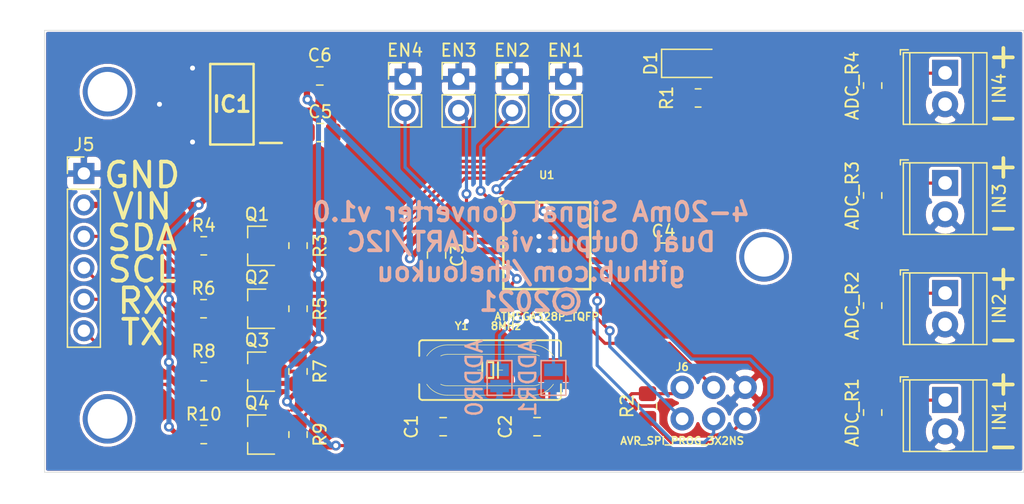
<source format=kicad_pcb>
(kicad_pcb (version 20171130) (host pcbnew "(5.1.8)-1")
  (layers (0 F.Cu signal) (31 B.Cu signal) (34 B.Paste user) (35 F.Paste user) (36 B.SilkS user) (37 F.SilkS user) (38 B.Mask user) (39 F.Mask user) (44 Edge.Cuts user))
  (net 0 "")
  (net 1 /IN1)
  (net 2 GND)
  (net 3 /IN2)
  (net 4 /IN3)
  (net 5 /IN4)
  (net 6 /XTAL1)
  (net 7 /XTAL2)
  (net 8 VCC)
  (net 9 /AREF)
  (net 10 VIN)
  (net 11 /EN1)
  (net 12 /EN2)
  (net 13 /EN3)
  (net 14 /EN4)
  (net 15 /TX)
  (net 16 /RX)
  (net 17 /SCL)
  (net 18 /SDA)
  (net 19 /RST)
  (net 20 /MOSI)
  (net 21 /SCK)
  (net 22 /MISO)
  (net 23 /SDA_MCU)
  (net 24 /SCL_MCU)
  (net 25 /RX_MCU)
  (net 26 /TX_MCU)
  (net 27 "Net-(D1-Pad2)")
  (net 28 "Net-(U1-Pad22)")
  (net 29 "Net-(U1-Pad19)")
  (net 30 "Net-(U1-Pad14)")
  (net 31 "Net-(U1-Pad13)")
  (net 32 "Net-(U1-Pad12)")
  (net 33 /ADDR1)
  (net 34 /ADDR0)
  (module Jumper:SolderJumper-2_P1.3mm_Open_Pad1.0x1.5mm (layer B.Cu) (at 150.654 111.76 270)
    (fp_text reference ADDR1 (at 0 2.064 90) (layer B.SilkS) (effects (font (size 1.3 1.3) (thickness 0.2)) (justify mirror)))
    (fp_text value SolderJumper_2_Open)
    (pad 1 smd rect (at -0.65 0 270) (size 1 1.5) (layers B.Cu B.Mask) (net 33 /ADDR1))
    (pad 2 smd rect (at 0.65 0 270) (size 1 1.5) (layers B.Cu B.Mask) (net 2 GND))
  )
  (module Jumper:SolderJumper-2_P1.3mm_Open_Pad1.0x1.5mm (layer B.Cu) (at 146.304 111.76 270)
    (fp_text reference ADDR0 (at 0 2.032 90) (layer B.SilkS) (effects (font (size 1.3 1.3) (thickness 0.2)) (justify mirror)))
    (fp_text value SolderJumper_2_Open)
    (pad 1 smd rect (at -0.65 0 270) (size 1 1.5) (layers B.Cu B.Mask) (net 34 /ADDR0))
    (pad 2 smd rect (at 0.65 0 270) (size 1 1.5) (layers B.Cu B.Mask) (net 2 GND))
  )
  (module LED_SMD:LED_1206_3216Metric_Pad1.42x1.75mm_HandSolder (layer F.Cu) (at 161.8345 86.36)
    (fp_text reference D1 (at -3.3385 0 90) (layer F.SilkS))
    (fp_text value LED)
    (pad 2 smd roundrect (at 1.4875 0) (size 1.425 1.75) (layers F.Cu F.Paste F.Mask) (roundrect_rratio 0.175439) (net 27 "Net-(D1-Pad2)"))
    (pad 1 smd roundrect (at -1.4875 0) (size 1.425 1.75) (layers F.Cu F.Paste F.Mask) (roundrect_rratio 0.175439) (net 2 GND))
  )
  (module Clocks:HC49UP (layer F.Cu) (at 145.542 111.125 180)
    (fp_text reference Y1 (at 2.286 3.556) (layer F.SilkS) (effects (font (size 0.6096 0.6096) (thickness 0.127))))
    (fp_text value 8MHz (at -1.27 3.556) (layer F.SilkS) (effects (font (size 0.6096 0.6096) (thickness 0.127))))
    (pad 2 smd rect (at 4.826 0 180) (size 5.334 1.9304) (layers F.Cu F.Paste F.Mask) (net 6 /XTAL1))
    (pad 1 smd rect (at -4.826 0 180) (size 5.334 1.9304) (layers F.Cu F.Paste F.Mask) (net 7 /XTAL2))
  )
  (module Silicon-Standard:TQFP32-08 (layer F.Cu) (at 150.114 101.092)
    (fp_text reference U1 (at 0 -5.715) (layer F.SilkS) (effects (font (size 0.6096 0.6096) (thickness 0.127))))
    (fp_text value ATMEGA328P_TQFP (at 0 5.715) (layer F.SilkS) (effects (font (size 0.6096 0.6096) (thickness 0.127))))
    (pad 32 smd rect (at -2.79908 -4.2926) (size 0.5588 1.27) (layers F.Cu F.Paste F.Mask) (net 11 /EN1))
    (pad 31 smd rect (at -1.99898 -4.2926) (size 0.5588 1.27) (layers F.Cu F.Paste F.Mask) (net 26 /TX_MCU))
    (pad 30 smd rect (at -1.19888 -4.2926) (size 0.5588 1.27) (layers F.Cu F.Paste F.Mask) (net 25 /RX_MCU))
    (pad 29 smd rect (at -0.39878 -4.2926) (size 0.5588 1.27) (layers F.Cu F.Paste F.Mask) (net 19 /RST))
    (pad 28 smd rect (at 0.39878 -4.2926) (size 0.5588 1.27) (layers F.Cu F.Paste F.Mask) (net 24 /SCL_MCU))
    (pad 27 smd rect (at 1.19888 -4.2926) (size 0.5588 1.27) (layers F.Cu F.Paste F.Mask) (net 23 /SDA_MCU))
    (pad 26 smd rect (at 1.99898 -4.2926) (size 0.5588 1.27) (layers F.Cu F.Paste F.Mask) (net 5 /IN4))
    (pad 25 smd rect (at 2.79908 -4.2926) (size 0.5588 1.27) (layers F.Cu F.Paste F.Mask) (net 4 /IN3))
    (pad 24 smd rect (at 4.2926 -2.79908) (size 1.27 0.5588) (layers F.Cu F.Paste F.Mask) (net 3 /IN2))
    (pad 23 smd rect (at 4.2926 -1.99898) (size 1.27 0.5588) (layers F.Cu F.Paste F.Mask) (net 1 /IN1))
    (pad 22 smd rect (at 4.2926 -1.19888) (size 1.27 0.5588) (layers F.Cu F.Paste F.Mask) (net 28 "Net-(U1-Pad22)"))
    (pad 21 smd rect (at 4.2926 -0.39878) (size 1.27 0.5588) (layers F.Cu F.Paste F.Mask) (net 2 GND))
    (pad 20 smd rect (at 4.2926 0.39878) (size 1.27 0.5588) (layers F.Cu F.Paste F.Mask) (net 9 /AREF))
    (pad 19 smd rect (at 4.2926 1.19888) (size 1.27 0.5588) (layers F.Cu F.Paste F.Mask) (net 29 "Net-(U1-Pad19)"))
    (pad 18 smd rect (at 4.2926 1.99898) (size 1.27 0.5588) (layers F.Cu F.Paste F.Mask) (net 8 VCC))
    (pad 17 smd rect (at 4.2926 2.79908) (size 1.27 0.5588) (layers F.Cu F.Paste F.Mask) (net 21 /SCK))
    (pad 16 smd rect (at 2.79908 4.2926) (size 0.5588 1.27) (layers F.Cu F.Paste F.Mask) (net 22 /MISO))
    (pad 15 smd rect (at 1.99898 4.2926) (size 0.5588 1.27) (layers F.Cu F.Paste F.Mask) (net 20 /MOSI))
    (pad 14 smd rect (at 1.19888 4.2926) (size 0.5588 1.27) (layers F.Cu F.Paste F.Mask) (net 30 "Net-(U1-Pad14)"))
    (pad 13 smd rect (at 0.39878 4.2926) (size 0.5588 1.27) (layers F.Cu F.Paste F.Mask) (net 31 "Net-(U1-Pad13)"))
    (pad 12 smd rect (at -0.39878 4.2926) (size 0.5588 1.27) (layers F.Cu F.Paste F.Mask) (net 32 "Net-(U1-Pad12)"))
    (pad 11 smd rect (at -1.19888 4.2926) (size 0.5588 1.27) (layers F.Cu F.Paste F.Mask) (net 33 /ADDR1))
    (pad 10 smd rect (at -1.99898 4.2926) (size 0.5588 1.27) (layers F.Cu F.Paste F.Mask) (net 34 /ADDR0))
    (pad 9 smd rect (at -2.79908 4.2926) (size 0.5588 1.27) (layers F.Cu F.Paste F.Mask) (net 14 /EN4))
    (pad 8 smd rect (at -4.2926 2.79908) (size 1.27 0.5588) (layers F.Cu F.Paste F.Mask) (net 7 /XTAL2))
    (pad 7 smd rect (at -4.2926 1.99898) (size 1.27 0.5588) (layers F.Cu F.Paste F.Mask) (net 6 /XTAL1))
    (pad 6 smd rect (at -4.2926 1.19888) (size 1.27 0.5588) (layers F.Cu F.Paste F.Mask) (net 8 VCC))
    (pad 5 smd rect (at -4.2926 0.39878) (size 1.27 0.5588) (layers F.Cu F.Paste F.Mask) (net 2 GND))
    (pad 4 smd rect (at -4.2926 -0.39878) (size 1.27 0.5588) (layers F.Cu F.Paste F.Mask) (net 8 VCC))
    (pad 3 smd rect (at -4.2926 -1.19888) (size 1.27 0.5588) (layers F.Cu F.Paste F.Mask) (net 2 GND))
    (pad 2 smd rect (at -4.2926 -1.99898) (size 1.27 0.5588) (layers F.Cu F.Paste F.Mask) (net 13 /EN3))
    (pad 1 smd rect (at -4.2926 -2.79908) (size 1.27 0.5588) (layers F.Cu F.Paste F.Mask) (net 12 /EN2))
  )
  (module Resistor_SMD:R_0805_2012Metric_Pad1.20x1.40mm_HandSolder (layer F.Cu) (at 122.444 116.332)
    (fp_text reference R10 (at 0 -1.65) (layer F.SilkS))
    (fp_text value 10K)
    (pad 2 smd roundrect (at 1 0) (size 1.2 1.4) (layers F.Cu F.Paste F.Mask) (roundrect_rratio 0.208333) (net 15 /TX))
    (pad 1 smd roundrect (at -1 0) (size 1.2 1.4) (layers F.Cu F.Paste F.Mask) (roundrect_rratio 0.208333) (net 10 VIN))
  )
  (module Resistor_SMD:R_0805_2012Metric_Pad1.20x1.40mm_HandSolder (layer F.Cu) (at 130.048 116.332 90)
    (fp_text reference R9 (at 0 1.778 90) (layer F.SilkS))
    (fp_text value 10K)
    (pad 2 smd roundrect (at 1 0 90) (size 1.2 1.4) (layers F.Cu F.Paste F.Mask) (roundrect_rratio 0.208333) (net 26 /TX_MCU))
    (pad 1 smd roundrect (at -1 0 90) (size 1.2 1.4) (layers F.Cu F.Paste F.Mask) (roundrect_rratio 0.208333) (net 8 VCC))
  )
  (module Resistor_SMD:R_0805_2012Metric_Pad1.20x1.40mm_HandSolder (layer F.Cu) (at 122.444 111.252)
    (fp_text reference R8 (at 0 -1.65) (layer F.SilkS))
    (fp_text value 10K)
    (pad 2 smd roundrect (at 1 0) (size 1.2 1.4) (layers F.Cu F.Paste F.Mask) (roundrect_rratio 0.208333) (net 16 /RX))
    (pad 1 smd roundrect (at -1 0) (size 1.2 1.4) (layers F.Cu F.Paste F.Mask) (roundrect_rratio 0.208333) (net 10 VIN))
  )
  (module Resistor_SMD:R_0805_2012Metric_Pad1.20x1.40mm_HandSolder (layer F.Cu) (at 130.048 111.236 90)
    (fp_text reference R7 (at 0 1.778 90) (layer F.SilkS))
    (fp_text value 10K)
    (pad 2 smd roundrect (at 1 0 90) (size 1.2 1.4) (layers F.Cu F.Paste F.Mask) (roundrect_rratio 0.208333) (net 25 /RX_MCU))
    (pad 1 smd roundrect (at -1 0 90) (size 1.2 1.4) (layers F.Cu F.Paste F.Mask) (roundrect_rratio 0.208333) (net 8 VCC))
  )
  (module Resistor_SMD:R_0805_2012Metric_Pad1.20x1.40mm_HandSolder (layer F.Cu) (at 122.428 106.172)
    (fp_text reference R6 (at 0 -1.65) (layer F.SilkS))
    (fp_text value 10K)
    (pad 2 smd roundrect (at 1 0) (size 1.2 1.4) (layers F.Cu F.Paste F.Mask) (roundrect_rratio 0.208333) (net 17 /SCL))
    (pad 1 smd roundrect (at -1 0) (size 1.2 1.4) (layers F.Cu F.Paste F.Mask) (roundrect_rratio 0.208333) (net 10 VIN))
  )
  (module Resistor_SMD:R_0805_2012Metric_Pad1.20x1.40mm_HandSolder (layer F.Cu) (at 130.048 106.172 90)
    (fp_text reference R5 (at 0 1.778 270) (layer F.SilkS))
    (fp_text value 10K)
    (pad 2 smd roundrect (at 1 0 90) (size 1.2 1.4) (layers F.Cu F.Paste F.Mask) (roundrect_rratio 0.208333) (net 24 /SCL_MCU))
    (pad 1 smd roundrect (at -1 0 90) (size 1.2 1.4) (layers F.Cu F.Paste F.Mask) (roundrect_rratio 0.208333) (net 8 VCC))
  )
  (module Resistor_SMD:R_0805_2012Metric_Pad1.20x1.40mm_HandSolder (layer F.Cu) (at 122.444 101.092)
    (fp_text reference R4 (at 0 -1.65) (layer F.SilkS))
    (fp_text value 10K)
    (pad 2 smd roundrect (at 1 0) (size 1.2 1.4) (layers F.Cu F.Paste F.Mask) (roundrect_rratio 0.208333) (net 18 /SDA))
    (pad 1 smd roundrect (at -1 0) (size 1.2 1.4) (layers F.Cu F.Paste F.Mask) (roundrect_rratio 0.208333) (net 10 VIN))
  )
  (module Resistor_SMD:R_0805_2012Metric_Pad1.20x1.40mm_HandSolder (layer F.Cu) (at 130.048 101.076 90)
    (fp_text reference R3 (at -0.016 1.778 270) (layer F.SilkS))
    (fp_text value 10K)
    (pad 2 smd roundrect (at 1 0 90) (size 1.2 1.4) (layers F.Cu F.Paste F.Mask) (roundrect_rratio 0.208333) (net 23 /SDA_MCU))
    (pad 1 smd roundrect (at -1 0 90) (size 1.2 1.4) (layers F.Cu F.Paste F.Mask) (roundrect_rratio 0.208333) (net 8 VCC))
  )
  (module Resistor_SMD:R_0805_2012Metric_Pad1.20x1.40mm_HandSolder (layer F.Cu) (at 158.242 114.03 90)
    (fp_text reference R2 (at 0 -1.65 90) (layer F.SilkS))
    (fp_text value 10K)
    (pad 2 smd roundrect (at 1 0 90) (size 1.2 1.4) (layers F.Cu F.Paste F.Mask) (roundrect_rratio 0.208333) (net 8 VCC))
    (pad 1 smd roundrect (at -1 0 90) (size 1.2 1.4) (layers F.Cu F.Paste F.Mask) (roundrect_rratio 0.208333) (net 19 /RST))
  )
  (module Resistor_SMD:R_0805_2012Metric_Pad1.20x1.40mm_HandSolder (layer F.Cu) (at 162.322 89.154)
    (fp_text reference R1 (at -2.54 0 90) (layer F.SilkS))
    (fp_text value 120R)
    (pad 2 smd roundrect (at 1 0) (size 1.2 1.4) (layers F.Cu F.Paste F.Mask) (roundrect_rratio 0.208333) (net 27 "Net-(D1-Pad2)"))
    (pad 1 smd roundrect (at -1 0) (size 1.2 1.4) (layers F.Cu F.Paste F.Mask) (roundrect_rratio 0.208333) (net 8 VCC))
  )
  (module Package_TO_SOT_SMD:SOT-23 (layer F.Cu) (at 126.746 116.332 180)
    (fp_text reference Q4 (at 0 2.54) (layer F.SilkS))
    (fp_text value BSS138)
    (pad 3 smd rect (at 1 0 180) (size 0.9 0.8) (layers F.Cu F.Paste F.Mask) (net 15 /TX))
    (pad 2 smd rect (at -1 0.95 180) (size 0.9 0.8) (layers F.Cu F.Paste F.Mask) (net 26 /TX_MCU))
    (pad 1 smd rect (at -1 -0.95 180) (size 0.9 0.8) (layers F.Cu F.Paste F.Mask) (net 8 VCC))
  )
  (module Package_TO_SOT_SMD:SOT-23 (layer F.Cu) (at 126.746 111.252 180)
    (fp_text reference Q3 (at 0 2.54) (layer F.SilkS))
    (fp_text value BSS138)
    (pad 3 smd rect (at 1 0 180) (size 0.9 0.8) (layers F.Cu F.Paste F.Mask) (net 16 /RX))
    (pad 2 smd rect (at -1 0.95 180) (size 0.9 0.8) (layers F.Cu F.Paste F.Mask) (net 25 /RX_MCU))
    (pad 1 smd rect (at -1 -0.95 180) (size 0.9 0.8) (layers F.Cu F.Paste F.Mask) (net 8 VCC))
  )
  (module Package_TO_SOT_SMD:SOT-23 (layer F.Cu) (at 126.746 106.172 180)
    (fp_text reference Q2 (at 0 2.54) (layer F.SilkS))
    (fp_text value BSS138)
    (pad 3 smd rect (at 1 0 180) (size 0.9 0.8) (layers F.Cu F.Paste F.Mask) (net 17 /SCL))
    (pad 2 smd rect (at -1 0.95 180) (size 0.9 0.8) (layers F.Cu F.Paste F.Mask) (net 24 /SCL_MCU))
    (pad 1 smd rect (at -1 -0.95 180) (size 0.9 0.8) (layers F.Cu F.Paste F.Mask) (net 8 VCC))
  )
  (module Package_TO_SOT_SMD:SOT-23 (layer F.Cu) (at 126.746 101.092 180)
    (fp_text reference Q1 (at 0 2.54) (layer F.SilkS))
    (fp_text value BSS138)
    (pad 3 smd rect (at 1 0 180) (size 0.9 0.8) (layers F.Cu F.Paste F.Mask) (net 18 /SDA))
    (pad 2 smd rect (at -1 0.95 180) (size 0.9 0.8) (layers F.Cu F.Paste F.Mask) (net 23 /SDA_MCU))
    (pad 1 smd rect (at -1 -0.95 180) (size 0.9 0.8) (layers F.Cu F.Paste F.Mask) (net 8 VCC))
  )
  (module Connectors:2X3-NS (layer F.Cu) (at 163.576 113.792)
    (fp_text reference J6 (at -2.54 -2.921) (layer F.SilkS) (effects (font (size 0.6096 0.6096) (thickness 0.127))))
    (fp_text value AVR_SPI_PROG_3X2NS (at -2.54 3.048) (layer F.SilkS) (effects (font (size 0.6096 0.6096) (thickness 0.127))))
    (pad 6 thru_hole circle (at 2.54 -1.27) (size 1.8796 1.8796) (drill 1.016) (layers *.Cu *.Mask) (net 2 GND))
    (pad 5 thru_hole circle (at 2.54 1.27) (size 1.8796 1.8796) (drill 1.016) (layers *.Cu *.Mask) (net 19 /RST))
    (pad 4 thru_hole circle (at 0 -1.27) (size 1.8796 1.8796) (drill 1.016) (layers *.Cu *.Mask) (net 20 /MOSI))
    (pad 3 thru_hole circle (at 0 1.27) (size 1.8796 1.8796) (drill 1.016) (layers *.Cu *.Mask) (net 21 /SCK))
    (pad 2 thru_hole circle (at -2.54 -1.27) (size 1.8796 1.8796) (drill 1.016) (layers *.Cu *.Mask) (net 8 VCC))
    (pad 1 thru_hole circle (at -2.54 1.27) (size 1.8796 1.8796) (drill 1.016) (layers *.Cu *.Mask) (net 22 /MISO))
  )
  (module Connector_PinHeader_2.54mm:PinHeader_1x06_P2.54mm_Vertical (layer F.Cu) (at 112.776 95.25)
    (fp_text reference J5 (at 0 -2.33) (layer F.SilkS))
    (fp_text value Conn_01x06_Male)
    (pad 6 thru_hole oval (at 0 12.7) (size 1.7 1.7) (drill 1) (layers *.Cu *.Mask) (net 15 /TX))
    (pad 5 thru_hole oval (at 0 10.16) (size 1.7 1.7) (drill 1) (layers *.Cu *.Mask) (net 16 /RX))
    (pad 4 thru_hole oval (at 0 7.62) (size 1.7 1.7) (drill 1) (layers *.Cu *.Mask) (net 17 /SCL))
    (pad 3 thru_hole oval (at 0 5.08) (size 1.7 1.7) (drill 1) (layers *.Cu *.Mask) (net 18 /SDA))
    (pad 2 thru_hole oval (at 0 2.54) (size 1.7 1.7) (drill 1) (layers *.Cu *.Mask) (net 10 VIN))
    (pad 1 thru_hole rect (at 0 0) (size 1.7 1.7) (drill 1) (layers *.Cu *.Mask) (net 2 GND))
  )
  (module TerminalBlock_TE-Connectivity:TerminalBlock_TE_282834-2_1x02_P2.54mm_Horizontal (layer F.Cu) (at 182.245 87.122 270)
    (fp_text reference IN4 (at 1.27 -4.37 90) (layer F.SilkS))
    (fp_text value Screw_Term_01x02)
    (pad 2 thru_hole circle (at 2.54 0 270) (size 2.1 2.1) (drill 1.1) (layers *.Cu *.Mask) (net 2 GND))
    (pad 1 thru_hole rect (at 0 0 270) (size 2.1 2.1) (drill 1.1) (layers *.Cu *.Mask) (net 5 /IN4))
  )
  (module TerminalBlock_TE-Connectivity:TerminalBlock_TE_282834-2_1x02_P2.54mm_Horizontal (layer F.Cu) (at 182.245 96.012 270)
    (fp_text reference IN3 (at 1.27 -4.37 90) (layer F.SilkS))
    (fp_text value Screw_Term_01x02)
    (pad 2 thru_hole circle (at 2.54 0 270) (size 2.1 2.1) (drill 1.1) (layers *.Cu *.Mask) (net 2 GND))
    (pad 1 thru_hole rect (at 0 0 270) (size 2.1 2.1) (drill 1.1) (layers *.Cu *.Mask) (net 4 /IN3))
  )
  (module TerminalBlock_TE-Connectivity:TerminalBlock_TE_282834-2_1x02_P2.54mm_Horizontal (layer F.Cu) (at 182.245 104.902 270)
    (fp_text reference IN2 (at 1.27 -4.37 90) (layer F.SilkS))
    (fp_text value Screw_Term_01x02)
    (pad 2 thru_hole circle (at 2.54 0 270) (size 2.1 2.1) (drill 1.1) (layers *.Cu *.Mask) (net 2 GND))
    (pad 1 thru_hole rect (at 0 0 270) (size 2.1 2.1) (drill 1.1) (layers *.Cu *.Mask) (net 3 /IN2))
  )
  (module TerminalBlock_TE-Connectivity:TerminalBlock_TE_282834-2_1x02_P2.54mm_Horizontal (layer F.Cu) (at 182.245 113.538 270)
    (fp_text reference IN1 (at 1.27 -4.37 90) (layer F.SilkS))
    (fp_text value Screw_Term_01x02)
    (pad 2 thru_hole circle (at 2.54 0 270) (size 2.1 2.1) (drill 1.1) (layers *.Cu *.Mask) (net 2 GND))
    (pad 1 thru_hole rect (at 0 0 270) (size 2.1 2.1) (drill 1.1) (layers *.Cu *.Mask) (net 1 /IN1))
  )
  (module SamacSys_Parts:SOT230P700X180-4N (layer F.Cu) (at 124.714 89.662 180)
    (fp_text reference IC1 (at 0 0) (layer F.SilkS) (effects (font (size 1.27 1.27) (thickness 0.254))))
    (fp_text value TPS7B8333QDCYRQ1 hide)
    (pad 4 smd rect (at 3.15 0 180) (size 1.75 3.2) (layers F.Cu F.Paste F.Mask) (net 2 GND))
    (pad 3 smd rect (at -3.15 2.3 270) (size 0.95 1.75) (layers F.Cu F.Paste F.Mask) (net 8 VCC))
    (pad 2 smd rect (at -3.15 0 270) (size 0.95 1.75) (layers F.Cu F.Paste F.Mask) (net 2 GND))
    (pad 1 smd rect (at -3.15 -2.3 270) (size 0.95 1.75) (layers F.Cu F.Paste F.Mask) (net 10 VIN))
  )
  (module Connector_PinHeader_2.54mm:PinHeader_1x02_P2.54mm_Vertical (layer F.Cu) (at 138.684 87.63)
    (fp_text reference EN4 (at 0 -2.33) (layer F.SilkS))
    (fp_text value Jumper_2_Bridged)
    (pad 2 thru_hole oval (at 0 2.54) (size 1.7 1.7) (drill 1) (layers *.Cu *.Mask) (net 14 /EN4))
    (pad 1 thru_hole rect (at 0 0) (size 1.7 1.7) (drill 1) (layers *.Cu *.Mask) (net 2 GND))
  )
  (module Connector_PinHeader_2.54mm:PinHeader_1x02_P2.54mm_Vertical (layer F.Cu) (at 143.002 87.63)
    (fp_text reference EN3 (at 0 -2.33) (layer F.SilkS))
    (fp_text value Jumper_2_Bridged)
    (pad 2 thru_hole oval (at 0 2.54) (size 1.7 1.7) (drill 1) (layers *.Cu *.Mask) (net 13 /EN3))
    (pad 1 thru_hole rect (at 0 0) (size 1.7 1.7) (drill 1) (layers *.Cu *.Mask) (net 2 GND))
  )
  (module Connector_PinHeader_2.54mm:PinHeader_1x02_P2.54mm_Vertical (layer F.Cu) (at 147.32 87.63)
    (fp_text reference EN2 (at 0 -2.33) (layer F.SilkS))
    (fp_text value Jumper_2_Bridged)
    (pad 2 thru_hole oval (at 0 2.54) (size 1.7 1.7) (drill 1) (layers *.Cu *.Mask) (net 12 /EN2))
    (pad 1 thru_hole rect (at 0 0) (size 1.7 1.7) (drill 1) (layers *.Cu *.Mask) (net 2 GND))
  )
  (module Connector_PinHeader_2.54mm:PinHeader_1x02_P2.54mm_Vertical (layer F.Cu) (at 151.638 87.63)
    (fp_text reference EN1 (at 0 -2.33) (layer F.SilkS))
    (fp_text value Jumper_2_Bridged)
    (pad 2 thru_hole oval (at 0 2.54) (size 1.7 1.7) (drill 1) (layers *.Cu *.Mask) (net 11 /EN1))
    (pad 1 thru_hole rect (at 0 0) (size 1.7 1.7) (drill 1) (layers *.Cu *.Mask) (net 2 GND))
  )
  (module Capacitor_SMD:C_0805_2012Metric_Pad1.18x1.45mm_HandSolder (layer F.Cu) (at 131.8045 87.376)
    (fp_text reference C6 (at 0 -1.68) (layer F.SilkS))
    (fp_text value 10u)
    (pad 2 smd roundrect (at 1.0375 0) (size 1.175 1.45) (layers F.Cu F.Paste F.Mask) (roundrect_rratio 0.212766) (net 2 GND))
    (pad 1 smd roundrect (at -1.0375 0) (size 1.175 1.45) (layers F.Cu F.Paste F.Mask) (roundrect_rratio 0.212766) (net 8 VCC))
  )
  (module Capacitor_SMD:C_0805_2012Metric_Pad1.18x1.45mm_HandSolder (layer F.Cu) (at 131.8475 91.948)
    (fp_text reference C5 (at 0 -1.68) (layer F.SilkS))
    (fp_text value 100n)
    (pad 2 smd roundrect (at 1.0375 0) (size 1.175 1.45) (layers F.Cu F.Paste F.Mask) (roundrect_rratio 0.212766) (net 2 GND))
    (pad 1 smd roundrect (at -1.0375 0) (size 1.175 1.45) (layers F.Cu F.Paste F.Mask) (roundrect_rratio 0.212766) (net 10 VIN))
  )
  (module Capacitor_SMD:C_0805_2012Metric_Pad1.18x1.45mm_HandSolder (layer F.Cu) (at 159.5335 101.6)
    (fp_text reference C4 (at 0 -1.68) (layer F.SilkS))
    (fp_text value 100n)
    (pad 2 smd roundrect (at 1.0375 0) (size 1.175 1.45) (layers F.Cu F.Paste F.Mask) (roundrect_rratio 0.212766) (net 2 GND))
    (pad 1 smd roundrect (at -1.0375 0) (size 1.175 1.45) (layers F.Cu F.Paste F.Mask) (roundrect_rratio 0.212766) (net 9 /AREF))
  )
  (module Capacitor_SMD:C_0805_2012Metric_Pad1.18x1.45mm_HandSolder (layer F.Cu) (at 141.224 101.8325 270)
    (fp_text reference C3 (at 0 -1.68 90) (layer F.SilkS))
    (fp_text value 100n)
    (pad 2 smd roundrect (at 1.0375 0 270) (size 1.175 1.45) (layers F.Cu F.Paste F.Mask) (roundrect_rratio 0.212766) (net 2 GND))
    (pad 1 smd roundrect (at -1.0375 0 270) (size 1.175 1.45) (layers F.Cu F.Paste F.Mask) (roundrect_rratio 0.212766) (net 8 VCC))
  )
  (module Capacitor_SMD:C_0805_2012Metric_Pad1.18x1.45mm_HandSolder (layer F.Cu) (at 149.3305 115.697 180)
    (fp_text reference C2 (at 2.5615 0 90) (layer F.SilkS))
    (fp_text value 22p)
    (pad 2 smd roundrect (at 1.0375 0 180) (size 1.175 1.45) (layers F.Cu F.Paste F.Mask) (roundrect_rratio 0.212766) (net 2 GND))
    (pad 1 smd roundrect (at -1.0375 0 180) (size 1.175 1.45) (layers F.Cu F.Paste F.Mask) (roundrect_rratio 0.212766) (net 7 /XTAL2))
  )
  (module Capacitor_SMD:C_0805_2012Metric_Pad1.18x1.45mm_HandSolder (layer F.Cu) (at 141.7535 115.697)
    (fp_text reference C1 (at -2.5615 0 90) (layer F.SilkS))
    (fp_text value 22p)
    (pad 2 smd roundrect (at 1.0375 0) (size 1.175 1.45) (layers F.Cu F.Paste F.Mask) (roundrect_rratio 0.212766) (net 2 GND))
    (pad 1 smd roundrect (at -1.0375 0) (size 1.175 1.45) (layers F.Cu F.Paste F.Mask) (roundrect_rratio 0.212766) (net 6 /XTAL1))
  )
  (module Resistor_SMD:R_0805_2012Metric_Pad1.20x1.40mm_HandSolder (layer F.Cu) (at 176.403 88.154 90)
    (fp_text reference ADC_R4 (at 0 -1.65 90) (layer F.SilkS))
    (fp_text value 120R)
    (pad 2 smd roundrect (at 1 0 90) (size 1.2 1.4) (layers F.Cu F.Paste F.Mask) (roundrect_rratio 0.208333) (net 5 /IN4))
    (pad 1 smd roundrect (at -1 0 90) (size 1.2 1.4) (layers F.Cu F.Paste F.Mask) (roundrect_rratio 0.208333) (net 2 GND))
  )
  (module Resistor_SMD:R_0805_2012Metric_Pad1.20x1.40mm_HandSolder (layer F.Cu) (at 176.403 97.028 90)
    (fp_text reference ADC_R3 (at 0 -1.65 90) (layer F.SilkS))
    (fp_text value 120R)
    (pad 2 smd roundrect (at 1 0 90) (size 1.2 1.4) (layers F.Cu F.Paste F.Mask) (roundrect_rratio 0.208333) (net 4 /IN3))
    (pad 1 smd roundrect (at -1 0 90) (size 1.2 1.4) (layers F.Cu F.Paste F.Mask) (roundrect_rratio 0.208333) (net 2 GND))
  )
  (module Resistor_SMD:R_0805_2012Metric_Pad1.20x1.40mm_HandSolder (layer F.Cu) (at 176.403 105.918 90)
    (fp_text reference ADC_R2 (at 0 -1.65 90) (layer F.SilkS))
    (fp_text value 120R)
    (pad 2 smd roundrect (at 1 0 90) (size 1.2 1.4) (layers F.Cu F.Paste F.Mask) (roundrect_rratio 0.208333) (net 3 /IN2))
    (pad 1 smd roundrect (at -1 0 90) (size 1.2 1.4) (layers F.Cu F.Paste F.Mask) (roundrect_rratio 0.208333) (net 2 GND))
  )
  (module Resistor_SMD:R_0805_2012Metric_Pad1.20x1.40mm_HandSolder (layer F.Cu) (at 176.403 114.554 90)
    (fp_text reference ADC_R1 (at 0 -1.65 90) (layer F.SilkS))
    (fp_text value 120R)
    (pad 2 smd roundrect (at 1 0 90) (size 1.2 1.4) (layers F.Cu F.Paste F.Mask) (roundrect_rratio 0.208333) (net 1 /IN1))
    (pad 1 smd roundrect (at -1 0 90) (size 1.2 1.4) (layers F.Cu F.Paste F.Mask) (roundrect_rratio 0.208333) (net 2 GND))
  )
  (gr_text "4-20mA Signal Converter v1.0\nDual Output via UART/I2C\ngithub.com/theloukou\n©2021" (at 148.844 101.981) (layer B.SilkS) (effects (font (size 1.5 1.5) (thickness 0.3)) (justify mirror)))
  (gr_line (start 188.595 83.693) (end 109.601 83.693) (layer Edge.Cuts) (width 0.05))
  (gr_line (start 188.595 119.38) (end 188.595 83.693) (layer Edge.Cuts) (width 0.05))
  (gr_line (start 109.601 119.38) (end 188.595 119.38) (layer Edge.Cuts) (width 0.05))
  (gr_line (start 109.601 83.693) (end 109.601 119.38) (layer Edge.Cuts) (width 0.05))
  (gr_text TX (at 117.475 108.077) (layer F.SilkS) (effects (font (size 2 2) (thickness 0.3))))
  (gr_text RX (at 117.475 105.537) (layer F.SilkS) (effects (font (size 2 2) (thickness 0.3))))
  (gr_text SCL (at 117.475 102.997) (layer F.SilkS) (effects (font (size 2 2) (thickness 0.3))))
  (gr_text SDA (at 117.475 100.457) (layer F.SilkS) (effects (font (size 2 2) (thickness 0.3))))
  (gr_text VIN (at 117.475 97.917) (layer F.SilkS) (effects (font (size 2 2) (thickness 0.3))))
  (gr_text GND (at 117.475 95.377) (layer F.SilkS) (effects (font (size 2 2) (thickness 0.3))))
  (gr_text - (at 186.944 90.678) (layer F.SilkS) (effects (font (size 2 2) (thickness 0.3))))
  (gr_text - (at 186.944 99.568) (layer F.SilkS) (effects (font (size 2 2) (thickness 0.3))))
  (gr_text - (at 186.944 108.585) (layer F.SilkS) (effects (font (size 2 2) (thickness 0.3))))
  (gr_text - (at 186.944 117.221) (layer F.SilkS) (effects (font (size 2 2) (thickness 0.3))))
  (gr_text + (at 186.944 112.141) (layer F.SilkS) (effects (font (size 2 2) (thickness 0.3))))
  (gr_text + (at 186.944 103.632) (layer F.SilkS) (effects (font (size 2 2) (thickness 0.3))))
  (gr_text + (at 186.944 94.615) (layer F.SilkS) (effects (font (size 2 2) (thickness 0.3))))
  (gr_text + (at 186.944 85.725) (layer F.SilkS) (effects (font (size 2 2) (thickness 0.3))))
  (via (at 167.64 101.981) (size 4) (drill 3.2) (layers F.Cu B.Cu) (net 0))
  (via (at 114.681 88.646) (size 4) (drill 3.2) (layers F.Cu B.Cu) (net 0))
  (via (at 114.681 115.062) (size 4) (drill 3.2) (layers F.Cu B.Cu) (net 0))
  (via (at 149.479 100.33) (size 0.8) (drill 0.4) (layers F.Cu B.Cu) (net 2))
  (via (at 150.749 100.33) (size 0.8) (drill 0.4) (layers F.Cu B.Cu) (net 2))
  (via (at 150.749 101.473) (size 0.8) (drill 0.4) (layers F.Cu B.Cu) (net 2))
  (via (at 149.479 101.473) (size 0.8) (drill 0.4) (layers F.Cu B.Cu) (net 2))
  (via (at 121.539 92.71) (size 0.8) (drill 0.4) (layers F.Cu B.Cu) (net 2))
  (via (at 121.539 86.741) (size 0.8) (drill 0.4) (layers F.Cu B.Cu) (net 2))
  (via (at 118.872 89.662) (size 0.8) (drill 0.4) (layers F.Cu B.Cu) (net 2))
  (segment (start 182.229 113.554) (end 182.245 113.538) (width 0.254) (layer F.Cu) (net 1))
  (segment (start 176.403 113.554) (end 182.229 113.554) (width 0.254) (layer F.Cu) (net 1))
  (segment (start 176.403 113.554) (end 174.498 111.649) (width 0.254) (layer F.Cu) (net 1))
  (segment (start 174.498 111.649) (end 174.498 104.267) (width 0.254) (layer F.Cu) (net 1))
  (segment (start 166.14902 99.09302) (end 154.4066 99.09302) (width 0.254) (layer F.Cu) (net 1))
  (segment (start 174.498 104.267) (end 169.32402 99.09302) (width 0.254) (layer F.Cu) (net 1))
  (segment (start 169.32402 99.09302) (end 166.14902 99.09302) (width 0.254) (layer F.Cu) (net 1))
  (segment (start 132.842 87.376) (end 133.604 87.376) (width 0.4064) (layer F.Cu) (net 2))
  (via (at 143.637 107.188) (size 0.8) (drill 0.4) (layers F.Cu B.Cu) (net 2))
  (segment (start 182.229 104.918) (end 182.245 104.902) (width 0.254) (layer F.Cu) (net 3))
  (segment (start 176.403 104.918) (end 182.229 104.918) (width 0.254) (layer F.Cu) (net 3))
  (segment (start 176.403 104.521) (end 176.403 104.918) (width 0.254) (layer F.Cu) (net 3))
  (segment (start 170.17492 98.29292) (end 176.403 104.521) (width 0.254) (layer F.Cu) (net 3))
  (segment (start 154.4066 98.29292) (end 170.17492 98.29292) (width 0.254) (layer F.Cu) (net 3))
  (segment (start 182.229 96.028) (end 182.245 96.012) (width 0.254) (layer F.Cu) (net 4))
  (segment (start 176.403 96.028) (end 182.229 96.028) (width 0.254) (layer F.Cu) (net 4))
  (segment (start 153.68448 96.028) (end 152.91308 96.7994) (width 0.254) (layer F.Cu) (net 4))
  (segment (start 176.403 96.028) (end 156.85948 96.028) (width 0.254) (layer F.Cu) (net 4))
  (segment (start 153.68448 96.028) (end 156.85948 96.028) (width 0.254) (layer F.Cu) (net 4))
  (segment (start 167.28301 95.57399) (end 175.703 87.154) (width 0.254) (layer F.Cu) (net 5))
  (segment (start 152.44939 95.57399) (end 167.28301 95.57399) (width 0.254) (layer F.Cu) (net 5))
  (segment (start 175.703 87.154) (end 176.403 87.154) (width 0.254) (layer F.Cu) (net 5))
  (segment (start 152.11298 95.9104) (end 152.44939 95.57399) (width 0.254) (layer F.Cu) (net 5))
  (segment (start 152.11298 96.7994) (end 152.11298 95.9104) (width 0.254) (layer F.Cu) (net 5))
  (segment (start 182.213 87.154) (end 182.245 87.122) (width 0.254) (layer F.Cu) (net 5))
  (segment (start 176.403 87.154) (end 182.213 87.154) (width 0.254) (layer F.Cu) (net 5))
  (segment (start 140.716 115.697) (end 140.716 111.125) (width 0.254) (layer F.Cu) (net 6))
  (segment (start 144.81302 103.09098) (end 145.8214 103.09098) (width 0.254) (layer F.Cu) (net 6))
  (segment (start 140.716 107.188) (end 144.81302 103.09098) (width 0.254) (layer F.Cu) (net 6))
  (segment (start 140.716 111.125) (end 140.716 107.188) (width 0.254) (layer F.Cu) (net 6))
  (segment (start 150.368 115.697) (end 150.368 111.125) (width 0.254) (layer F.Cu) (net 7))
  (segment (start 145.8214 106.5784) (end 150.368 111.125) (width 0.254) (layer F.Cu) (net 7))
  (segment (start 145.8214 103.89108) (end 145.8214 106.5784) (width 0.254) (layer F.Cu) (net 7))
  (segment (start 130.753 87.362) (end 130.767 87.376) (width 0.508) (layer F.Cu) (net 8))
  (segment (start 127.864 87.362) (end 130.753 87.362) (width 0.508) (layer F.Cu) (net 8))
  (segment (start 129.998 117.282) (end 130.048 117.332) (width 0.4064) (layer F.Cu) (net 8))
  (segment (start 127.746 117.282) (end 129.998 117.282) (width 0.4064) (layer F.Cu) (net 8))
  (segment (start 130.014 112.202) (end 130.048 112.236) (width 0.4064) (layer F.Cu) (net 8))
  (segment (start 127.746 112.202) (end 130.014 112.202) (width 0.4064) (layer F.Cu) (net 8))
  (segment (start 129.998 107.122) (end 130.048 107.172) (width 0.4064) (layer F.Cu) (net 8))
  (segment (start 127.746 107.122) (end 129.998 107.122) (width 0.4064) (layer F.Cu) (net 8))
  (segment (start 130.014 102.042) (end 130.048 102.076) (width 0.4064) (layer F.Cu) (net 8))
  (segment (start 127.746 102.042) (end 130.014 102.042) (width 0.4064) (layer F.Cu) (net 8))
  (segment (start 160.528 113.03) (end 161.036 112.522) (width 0.254) (layer F.Cu) (net 8))
  (segment (start 158.242 113.03) (end 160.528 113.03) (width 0.254) (layer F.Cu) (net 8))
  (via (at 130.81 89.281) (size 0.8) (drill 0.4) (layers F.Cu B.Cu) (net 8))
  (segment (start 130.767 89.238) (end 130.81 89.281) (width 0.508) (layer F.Cu) (net 8))
  (segment (start 130.767 87.376) (end 130.767 89.238) (width 0.508) (layer F.Cu) (net 8))
  (segment (start 139.065 97.536) (end 139.065 102.108) (width 0.508) (layer B.Cu) (net 8))
  (via (at 139.065 102.108) (size 0.8) (drill 0.4) (layers F.Cu B.Cu) (net 8))
  (segment (start 130.81 89.281) (end 139.065 97.536) (width 0.508) (layer B.Cu) (net 8))
  (segment (start 140.378 100.795) (end 141.224 100.795) (width 0.508) (layer F.Cu) (net 8))
  (segment (start 139.065 102.108) (end 140.378 100.795) (width 0.508) (layer F.Cu) (net 8))
  (segment (start 141.32578 100.69322) (end 145.8214 100.69322) (width 0.508) (layer F.Cu) (net 8))
  (segment (start 141.224 100.795) (end 141.32578 100.69322) (width 0.508) (layer F.Cu) (net 8))
  (segment (start 141.224 100.795) (end 142.451 100.795) (width 0.508) (layer F.Cu) (net 8))
  (segment (start 143.94688 102.29088) (end 145.8214 102.29088) (width 0.508) (layer F.Cu) (net 8))
  (segment (start 142.451 100.795) (end 143.94688 102.29088) (width 0.508) (layer F.Cu) (net 8))
  (segment (start 145.8214 102.29088) (end 148.77288 102.29088) (width 0.508) (layer F.Cu) (net 8))
  (segment (start 149.57298 103.09098) (end 154.4066 103.09098) (width 0.508) (layer F.Cu) (net 8))
  (segment (start 148.77288 102.29088) (end 149.57298 103.09098) (width 0.508) (layer F.Cu) (net 8))
  (segment (start 130.767 87.376) (end 130.767 86.53) (width 0.4064) (layer F.Cu) (net 8))
  (segment (start 130.767 86.53) (end 131.953 85.344) (width 0.4064) (layer F.Cu) (net 8))
  (segment (start 131.953 85.344) (end 154.813 85.344) (width 0.4064) (layer F.Cu) (net 8))
  (segment (start 158.623 89.154) (end 161.322 89.154) (width 0.4064) (layer F.Cu) (net 8))
  (segment (start 154.813 85.344) (end 158.623 89.154) (width 0.4064) (layer F.Cu) (net 8))
  (segment (start 130.397 102.076) (end 131.699 103.378) (width 0.4064) (layer F.Cu) (net 8))
  (via (at 131.699 103.378) (size 0.8) (drill 0.4) (layers F.Cu B.Cu) (net 8))
  (segment (start 130.048 102.076) (end 130.397 102.076) (width 0.4064) (layer F.Cu) (net 8))
  (via (at 131.699 108.585) (size 0.8) (drill 0.4) (layers F.Cu B.Cu) (net 8))
  (segment (start 130.286 107.172) (end 131.699 108.585) (width 0.4064) (layer F.Cu) (net 8))
  (segment (start 130.048 107.172) (end 130.286 107.172) (width 0.4064) (layer F.Cu) (net 8))
  (via (at 129.159 113.665) (size 0.8) (drill 0.4) (layers F.Cu B.Cu) (net 8))
  (segment (start 130.048 112.776) (end 129.159 113.665) (width 0.4064) (layer F.Cu) (net 8))
  (segment (start 130.048 112.236) (end 130.048 112.776) (width 0.4064) (layer F.Cu) (net 8))
  (segment (start 129.159 111.125) (end 131.699 108.585) (width 0.4064) (layer B.Cu) (net 8))
  (segment (start 129.159 113.665) (end 129.159 111.125) (width 0.4064) (layer B.Cu) (net 8))
  (segment (start 131.699 108.585) (end 131.699 103.378) (width 0.4064) (layer B.Cu) (net 8))
  (segment (start 131.699 90.17) (end 130.81 89.281) (width 0.4064) (layer B.Cu) (net 8))
  (segment (start 131.699 103.378) (end 131.699 90.17) (width 0.4064) (layer B.Cu) (net 8))
  (via (at 133.096 117.221) (size 0.8) (drill 0.4) (layers F.Cu B.Cu) (net 8))
  (segment (start 132.985 117.332) (end 133.096 117.221) (width 0.4064) (layer F.Cu) (net 8))
  (segment (start 130.048 117.332) (end 132.985 117.332) (width 0.4064) (layer F.Cu) (net 8))
  (segment (start 132.715 117.221) (end 133.096 117.221) (width 0.4064) (layer B.Cu) (net 8))
  (segment (start 129.159 113.665) (end 132.715 117.221) (width 0.4064) (layer B.Cu) (net 8))
  (segment (start 133.096 117.221) (end 152.781 117.221) (width 0.254) (layer F.Cu) (net 8))
  (segment (start 156.972 113.03) (end 158.242 113.03) (width 0.254) (layer F.Cu) (net 8))
  (segment (start 152.781 117.221) (end 156.972 113.03) (width 0.254) (layer F.Cu) (net 8))
  (segment (start 158.38678 101.49078) (end 158.496 101.6) (width 0.254) (layer F.Cu) (net 9))
  (segment (start 154.4066 101.49078) (end 158.38678 101.49078) (width 0.254) (layer F.Cu) (net 9))
  (segment (start 130.796 91.962) (end 130.81 91.948) (width 0.508) (layer F.Cu) (net 10))
  (segment (start 127.864 91.962) (end 130.796 91.962) (width 0.508) (layer F.Cu) (net 10))
  (segment (start 122.036 97.79) (end 122.036 97.79) (width 0.508) (layer F.Cu) (net 10))
  (segment (start 122.036 97.79) (end 127.864 91.962) (width 0.508) (layer F.Cu) (net 10))
  (via (at 122.036 97.79) (size 0.8) (drill 0.4) (layers F.Cu B.Cu) (net 10))
  (segment (start 121.444 98.076) (end 121.158 97.79) (width 0.4064) (layer F.Cu) (net 10))
  (segment (start 121.444 101.092) (end 121.444 98.076) (width 0.4064) (layer F.Cu) (net 10))
  (segment (start 121.158 97.79) (end 122.036 97.79) (width 0.508) (layer F.Cu) (net 10))
  (segment (start 112.776 97.79) (end 121.158 97.79) (width 0.508) (layer F.Cu) (net 10))
  (via (at 119.634 105.41) (size 0.8) (drill 0.4) (layers F.Cu B.Cu) (net 10))
  (segment (start 120.396 106.172) (end 119.634 105.41) (width 0.4064) (layer F.Cu) (net 10))
  (segment (start 121.428 106.172) (end 120.396 106.172) (width 0.4064) (layer F.Cu) (net 10))
  (segment (start 119.634 100.192) (end 122.036 97.79) (width 0.4064) (layer B.Cu) (net 10))
  (segment (start 119.634 105.41) (end 119.634 100.192) (width 0.4064) (layer B.Cu) (net 10))
  (via (at 119.634 110.49) (size 0.8) (drill 0.4) (layers F.Cu B.Cu) (net 10))
  (segment (start 120.269 111.252) (end 119.507 110.49) (width 0.4064) (layer F.Cu) (net 10))
  (segment (start 121.444 111.252) (end 120.269 111.252) (width 0.4064) (layer F.Cu) (net 10))
  (via (at 119.634 115.697) (size 0.8) (drill 0.4) (layers F.Cu B.Cu) (net 10))
  (segment (start 120.269 116.332) (end 119.634 115.697) (width 0.4064) (layer F.Cu) (net 10))
  (segment (start 121.444 116.332) (end 120.269 116.332) (width 0.4064) (layer F.Cu) (net 10))
  (segment (start 119.634 115.697) (end 119.634 110.49) (width 0.4064) (layer B.Cu) (net 10))
  (segment (start 119.634 105.41) (end 119.634 110.49) (width 0.4064) (layer B.Cu) (net 10))
  (via (at 146.05 96.52) (size 0.8) (drill 0.4) (layers F.Cu B.Cu) (net 11))
  (segment (start 146.3294 96.7994) (end 146.05 96.52) (width 0.254) (layer F.Cu) (net 11))
  (segment (start 147.31492 96.7994) (end 146.3294 96.7994) (width 0.254) (layer F.Cu) (net 11))
  (segment (start 151.638 90.932) (end 151.638 90.17) (width 0.254) (layer B.Cu) (net 11))
  (segment (start 146.05 96.52) (end 151.638 90.932) (width 0.254) (layer B.Cu) (net 11))
  (via (at 144.78 96.647) (size 0.8) (drill 0.4) (layers F.Cu B.Cu) (net 12))
  (segment (start 145.8214 97.6884) (end 144.78 96.647) (width 0.254) (layer F.Cu) (net 12))
  (segment (start 145.8214 98.29292) (end 145.8214 97.6884) (width 0.254) (layer F.Cu) (net 12))
  (segment (start 144.78 96.647) (end 144.78 93.091) (width 0.254) (layer B.Cu) (net 12))
  (segment (start 147.32 90.551) (end 147.32 90.17) (width 0.254) (layer B.Cu) (net 12))
  (segment (start 144.78 93.091) (end 147.32 90.551) (width 0.254) (layer B.Cu) (net 12))
  (via (at 143.637 96.901) (size 0.8) (drill 0.4) (layers F.Cu B.Cu) (net 13))
  (segment (start 143.637 97.79762) (end 143.637 96.901) (width 0.254) (layer F.Cu) (net 13))
  (segment (start 144.9324 99.09302) (end 143.637 97.79762) (width 0.254) (layer F.Cu) (net 13))
  (segment (start 145.8214 99.09302) (end 144.9324 99.09302) (width 0.254) (layer F.Cu) (net 13))
  (segment (start 143.637 90.805) (end 143.002 90.17) (width 0.254) (layer B.Cu) (net 13))
  (segment (start 143.637 96.901) (end 143.637 90.805) (width 0.254) (layer B.Cu) (net 13))
  (via (at 147.701 103.759) (size 0.8) (drill 0.4) (layers F.Cu B.Cu) (net 14))
  (segment (start 147.31492 104.14508) (end 147.701 103.759) (width 0.254) (layer F.Cu) (net 14))
  (segment (start 147.31492 105.3846) (end 147.31492 104.14508) (width 0.254) (layer F.Cu) (net 14))
  (segment (start 138.684 94.742) (end 138.684 90.17) (width 0.254) (layer B.Cu) (net 14))
  (segment (start 147.701 103.759) (end 138.684 94.742) (width 0.254) (layer B.Cu) (net 14))
  (segment (start 123.444 116.332) (end 125.746 116.332) (width 0.254) (layer F.Cu) (net 15))
  (segment (start 119.39101 112.27901) (end 123.444 116.332) (width 0.254) (layer F.Cu) (net 15))
  (segment (start 117.10501 112.27901) (end 119.39101 112.27901) (width 0.254) (layer F.Cu) (net 15))
  (segment (start 112.776 107.95) (end 117.10501 112.27901) (width 0.254) (layer F.Cu) (net 15))
  (segment (start 123.444 111.252) (end 125.746 111.252) (width 0.254) (layer F.Cu) (net 16))
  (segment (start 117.602 105.41) (end 123.444 111.252) (width 0.254) (layer F.Cu) (net 16))
  (segment (start 112.776 105.41) (end 117.602 105.41) (width 0.254) (layer F.Cu) (net 16))
  (segment (start 123.428 106.172) (end 125.746 106.172) (width 0.254) (layer F.Cu) (net 17))
  (segment (start 120.975999 103.719999) (end 123.428 106.172) (width 0.254) (layer F.Cu) (net 17))
  (segment (start 113.625999 103.719999) (end 120.975999 103.719999) (width 0.254) (layer F.Cu) (net 17))
  (segment (start 112.776 102.87) (end 113.625999 103.719999) (width 0.254) (layer F.Cu) (net 17))
  (segment (start 123.444 101.092) (end 125.746 101.092) (width 0.254) (layer F.Cu) (net 18))
  (segment (start 112.776 100.33) (end 117.983 100.33) (width 0.254) (layer F.Cu) (net 18))
  (segment (start 117.983 100.33) (end 120.142 102.489) (width 0.254) (layer F.Cu) (net 18))
  (segment (start 122.047 102.489) (end 123.444 101.092) (width 0.254) (layer F.Cu) (net 18))
  (segment (start 120.142 102.489) (end 122.047 102.489) (width 0.254) (layer F.Cu) (net 18))
  (segment (start 158.242 115.03) (end 158.242 115.062) (width 0.254) (layer F.Cu) (net 19))
  (segment (start 158.242 115.062) (end 160.147 116.967) (width 0.254) (layer F.Cu) (net 19))
  (segment (start 164.211 116.967) (end 166.116 115.062) (width 0.254) (layer F.Cu) (net 19))
  (segment (start 160.147 116.967) (end 164.211 116.967) (width 0.254) (layer F.Cu) (net 19))
  (via (at 149.86 98.298) (size 0.8) (drill 0.4) (layers F.Cu B.Cu) (net 19))
  (segment (start 149.71522 98.15322) (end 149.86 98.298) (width 0.254) (layer F.Cu) (net 19))
  (segment (start 149.71522 96.7994) (end 149.71522 98.15322) (width 0.254) (layer F.Cu) (net 19))
  (segment (start 149.86 98.298) (end 161.798 110.236) (width 0.254) (layer B.Cu) (net 19))
  (segment (start 161.798 110.236) (end 166.497 110.236) (width 0.254) (layer B.Cu) (net 19))
  (segment (start 166.497 110.236) (end 168.021 111.76) (width 0.254) (layer B.Cu) (net 19))
  (segment (start 168.021 113.157) (end 166.116 115.062) (width 0.254) (layer B.Cu) (net 19))
  (segment (start 168.021 111.76) (end 168.021 113.157) (width 0.254) (layer B.Cu) (net 19))
  (segment (start 152.11298 106.2736) (end 154.80538 108.966) (width 0.254) (layer F.Cu) (net 20))
  (segment (start 152.11298 105.3846) (end 152.11298 106.2736) (width 0.254) (layer F.Cu) (net 20))
  (segment (start 160.02 108.966) (end 163.576 112.522) (width 0.254) (layer F.Cu) (net 20))
  (segment (start 154.80538 108.966) (end 160.02 108.966) (width 0.254) (layer F.Cu) (net 20))
  (segment (start 163.576 115.062) (end 163.576 116.205) (width 0.254) (layer B.Cu) (net 21))
  (segment (start 163.576 116.205) (end 162.814 116.967) (width 0.254) (layer B.Cu) (net 21))
  (segment (start 162.814 116.967) (end 160.401 116.967) (width 0.254) (layer B.Cu) (net 21))
  (via (at 154.178 105.537) (size 0.8) (drill 0.4) (layers F.Cu B.Cu) (net 21))
  (segment (start 154.178 110.744) (end 154.178 105.537) (width 0.254) (layer B.Cu) (net 21))
  (segment (start 160.401 116.967) (end 154.178 110.744) (width 0.254) (layer B.Cu) (net 21))
  (segment (start 154.178 104.11968) (end 154.4066 103.89108) (width 0.254) (layer F.Cu) (net 21))
  (segment (start 154.178 105.537) (end 154.178 104.11968) (width 0.254) (layer F.Cu) (net 21))
  (via (at 155.194 107.95) (size 0.8) (drill 0.4) (layers F.Cu B.Cu) (net 22))
  (segment (start 152.91308 105.66908) (end 155.194 107.95) (width 0.254) (layer F.Cu) (net 22))
  (segment (start 152.91308 105.3846) (end 152.91308 105.66908) (width 0.254) (layer F.Cu) (net 22))
  (segment (start 155.194 109.22) (end 161.036 115.062) (width 0.254) (layer B.Cu) (net 22))
  (segment (start 155.194 107.95) (end 155.194 109.22) (width 0.254) (layer B.Cu) (net 22))
  (segment (start 129.982 100.142) (end 130.048 100.076) (width 0.254) (layer F.Cu) (net 23))
  (segment (start 127.746 100.142) (end 129.982 100.142) (width 0.254) (layer F.Cu) (net 23))
  (segment (start 149.671452 94.268972) (end 142.713028 94.268972) (width 0.254) (layer F.Cu) (net 23))
  (segment (start 151.31288 95.9104) (end 149.671452 94.268972) (width 0.254) (layer F.Cu) (net 23))
  (segment (start 151.31288 96.7994) (end 151.31288 95.9104) (width 0.254) (layer F.Cu) (net 23))
  (segment (start 136.906 100.076) (end 130.048 100.076) (width 0.254) (layer F.Cu) (net 23))
  (segment (start 142.713028 94.268972) (end 136.906 100.076) (width 0.254) (layer F.Cu) (net 23))
  (segment (start 129.998 105.222) (end 130.048 105.172) (width 0.254) (layer F.Cu) (net 24))
  (segment (start 127.746 105.222) (end 129.998 105.222) (width 0.254) (layer F.Cu) (net 24))
  (segment (start 132.564934 105.172) (end 130.048 105.172) (width 0.254) (layer F.Cu) (net 24))
  (segment (start 143.013953 94.722981) (end 132.564934 105.172) (width 0.254) (layer F.Cu) (net 24))
  (segment (start 149.32536 94.72298) (end 143.013953 94.722981) (width 0.254) (layer F.Cu) (net 24))
  (segment (start 150.51278 95.9104) (end 149.32536 94.72298) (width 0.254) (layer F.Cu) (net 24))
  (segment (start 150.51278 96.7994) (end 150.51278 95.9104) (width 0.254) (layer F.Cu) (net 24))
  (segment (start 129.982 110.302) (end 130.048 110.236) (width 0.254) (layer F.Cu) (net 25))
  (segment (start 127.746 110.302) (end 129.982 110.302) (width 0.254) (layer F.Cu) (net 25))
  (segment (start 148.91512 96.7994) (end 148.91512 95.82912) (width 0.254) (layer F.Cu) (net 25))
  (segment (start 148.26299 95.17699) (end 143.20201 95.17699) (width 0.254) (layer F.Cu) (net 25))
  (segment (start 148.91512 95.82912) (end 148.26299 95.17699) (width 0.254) (layer F.Cu) (net 25))
  (segment (start 143.20201 95.17699) (end 136.017 102.362) (width 0.254) (layer F.Cu) (net 25))
  (segment (start 136.017 102.362) (end 136.017 107.823) (width 0.254) (layer F.Cu) (net 25))
  (segment (start 133.604 110.236) (end 130.048 110.236) (width 0.254) (layer F.Cu) (net 25))
  (segment (start 136.017 107.823) (end 133.604 110.236) (width 0.254) (layer F.Cu) (net 25))
  (segment (start 129.998 115.382) (end 130.048 115.332) (width 0.254) (layer F.Cu) (net 26))
  (segment (start 127.746 115.382) (end 129.998 115.382) (width 0.254) (layer F.Cu) (net 26))
  (segment (start 148.11502 96.7994) (end 148.11502 95.91802) (width 0.254) (layer F.Cu) (net 26))
  (segment (start 148.11502 95.91802) (end 147.828 95.631) (width 0.254) (layer F.Cu) (net 26))
  (segment (start 147.828 95.631) (end 143.51 95.631) (width 0.254) (layer F.Cu) (net 26))
  (segment (start 143.51 95.631) (end 136.652 102.489) (width 0.254) (layer F.Cu) (net 26))
  (segment (start 136.652 108.728) (end 130.048 115.332) (width 0.254) (layer F.Cu) (net 26))
  (segment (start 136.652 102.489) (end 136.652 108.728) (width 0.254) (layer F.Cu) (net 26))
  (segment (start 163.322 86.36) (end 163.322 89.154) (width 0.4064) (layer F.Cu) (net 27))
  (via (at 149.352 106.934) (size 0.8) (drill 0.4) (layers F.Cu B.Cu) (net 33))
  (segment (start 148.91512 106.49712) (end 149.352 106.934) (width 0.254) (layer F.Cu) (net 33))
  (segment (start 148.91512 105.3846) (end 148.91512 106.49712) (width 0.254) (layer F.Cu) (net 33))
  (segment (start 150.654 108.236) (end 150.654 111.11) (width 0.254) (layer B.Cu) (net 33))
  (segment (start 149.352 106.934) (end 150.654 108.236) (width 0.254) (layer B.Cu) (net 33))
  (via (at 147.701 106.934) (size 0.8) (drill 0.4) (layers F.Cu B.Cu) (net 34))
  (segment (start 148.11502 106.51998) (end 147.701 106.934) (width 0.254) (layer F.Cu) (net 34))
  (segment (start 148.11502 105.3846) (end 148.11502 106.51998) (width 0.254) (layer F.Cu) (net 34))
  (segment (start 146.304 108.331) (end 146.304 111.11) (width 0.254) (layer B.Cu) (net 34))
  (segment (start 147.701 106.934) (end 146.304 108.331) (width 0.254) (layer B.Cu) (net 34))
  (zone (net 2) (net_name GND) (layer F.Cu) (connect_pads (clearance 0.254)) (min_thickness 0.254) (fill yes (arc_segments 32) (thermal_gap 0.508) (thermal_bridge_width 0.508))
    (polygon (pts (xy 188.468 119.253) (xy 109.728 119.253) (xy 109.728 83.82) (xy 188.468 83.82)))
  )
  (zone (net 2) (net_name GND) (layer B.Cu) (connect_pads (clearance 0.254)) (min_thickness 0.254) (fill yes (arc_segments 32) (thermal_gap 0.508) (thermal_bridge_width 0.508))
    (polygon (pts (xy 188.468 119.253) (xy 109.728 119.253) (xy 109.728 83.82) (xy 188.468 83.82)))
  )
)
</source>
